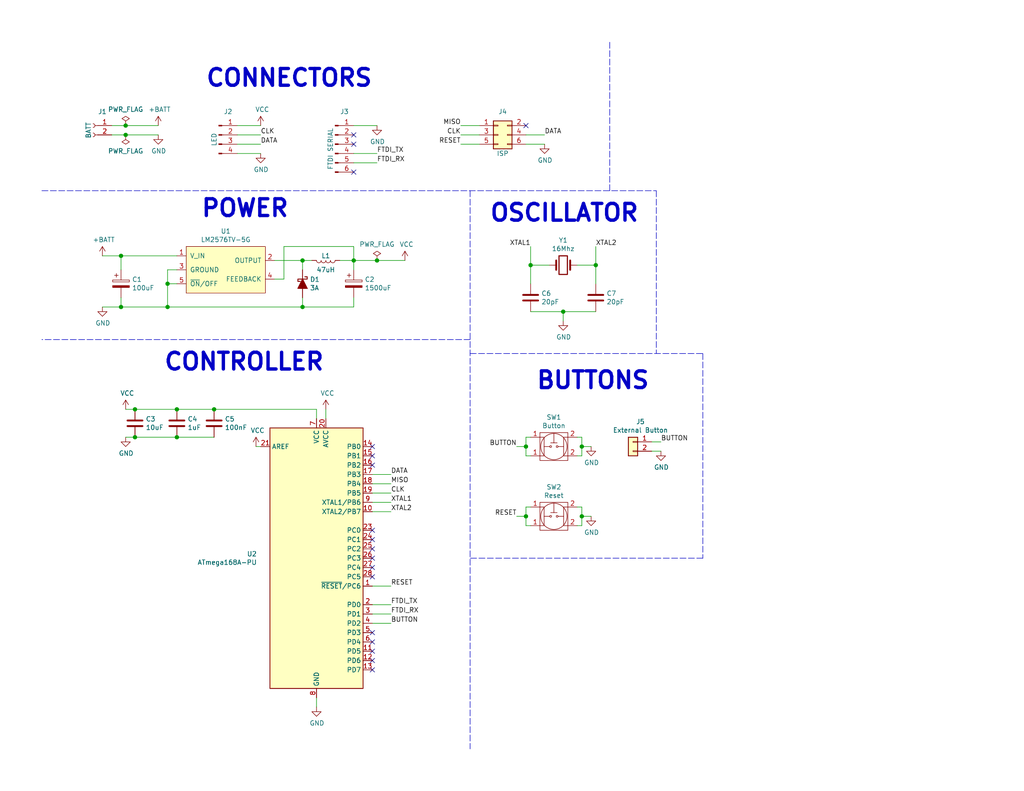
<source format=kicad_sch>
(kicad_sch (version 20210406) (generator eeschema)
  (paper "USLetter")
  (title_block (title "Rave Saber Board") (date "2021-04-20") (rev "v3.0.0") (company "Rave Saber"))
  (lib_symbols
    (symbol "Button:TactileSwitch" (pin_names (offset 1.016) hide)
      (property "Reference" "SW" (at 0 8.89 0))
      (property "Value" "TactileSwitch" (at 0 6.35 0))
      (symbol "TactileSwitch_0_1"
        (circle (center -0.889 0) (radius 0.254))
        (circle (center 0 0) (radius 3.5814))
        (circle (center 0.889 0) (radius 0.254))
        (rectangle (start -3.81 3.81) (end 3.81 -3.81))
        (polyline (pts (xy -1.143 0) (xy -2.667 0)))
        (polyline (pts (xy 0 1.016) (xy 0 3.556)))
        (polyline (pts (xy 0.889 1.016) (xy -0.889 1.016)))
        (polyline (pts (xy 2.667 0) (xy 1.143 0)))
        (polyline (pts (xy -2.667 0) (xy -2.667 -2.54) (xy -3.81 -2.54)))
        (polyline (pts (xy -2.667 0) (xy -2.667 2.54) (xy -3.81 2.54)))
        (polyline (pts (xy 3.81 2.54) (xy 2.667 2.54) (xy 2.667 -2.54) (xy 3.81 -2.54)))
      )
      (symbol "TactileSwitch_1_1"
        (pin input line (at -6.35 -2.54 0) (length 2.54) (name "~") (number "1"))
        (pin input line (at -6.35 2.54 0) (length 2.54) (name "~") (number "1"))
        (pin input line (at 6.35 -2.54 180) (length 2.54) (name "~") (number "2"))
        (pin input line (at 6.35 2.54 180) (length 2.54) (name "~") (number "2"))
      )
    )
    (symbol "Connector:Conn_01x02_Female" (pin_names (offset 1.016) hide)
      (property "Reference" "J" (at 0 2.54 0))
      (property "Value" "Conn_01x02_Female" (at 0 -5.08 0))
      (symbol "Conn_01x02_Female_1_1"
        (arc (start 0 -2.032) (end 0 -3.048) (radius (at 0 -2.54) (length 0.508) (angles 90.1 -90.1)) (stroke (width 0.1524)))
        (arc (start 0 0.508) (end 0 -0.508) (radius (at 0 0) (length 0.508) (angles 90.1 -90.1)) (stroke (width 0.1524)))
        (polyline (pts (xy -1.27 -2.54) (xy -0.508 -2.54)) (stroke (width 0.1524)))
        (polyline (pts (xy -1.27 0) (xy -0.508 0)) (stroke (width 0.1524)))
        (pin passive line (at -5.08 0 0) (length 3.81) (name "Pin_1") (number "1"))
        (pin passive line (at -5.08 -2.54 0) (length 3.81) (name "Pin_2") (number "2"))
      )
    )
    (symbol "Connector:Conn_01x04_Male" (pin_names (offset 1.016) hide)
      (property "Reference" "J" (at 0 5.08 0))
      (property "Value" "Conn_01x04_Male" (at 0 -7.62 0))
      (symbol "Conn_01x04_Male_1_1"
        (rectangle (start 0.8636 -4.953) (end 0 -5.207) (stroke (width 0.1524)) (fill (type outline)))
        (rectangle (start 0.8636 -2.413) (end 0 -2.667) (stroke (width 0.1524)) (fill (type outline)))
        (rectangle (start 0.8636 0.127) (end 0 -0.127) (stroke (width 0.1524)) (fill (type outline)))
        (rectangle (start 0.8636 2.667) (end 0 2.413) (stroke (width 0.1524)) (fill (type outline)))
        (polyline (pts (xy 1.27 -5.08) (xy 0.8636 -5.08)) (stroke (width 0.1524)))
        (polyline (pts (xy 1.27 -2.54) (xy 0.8636 -2.54)) (stroke (width 0.1524)))
        (polyline (pts (xy 1.27 0) (xy 0.8636 0)) (stroke (width 0.1524)))
        (polyline (pts (xy 1.27 2.54) (xy 0.8636 2.54)) (stroke (width 0.1524)))
        (pin passive line (at 5.08 2.54 180) (length 3.81) (name "Pin_1") (number "1"))
        (pin passive line (at 5.08 0 180) (length 3.81) (name "Pin_2") (number "2"))
        (pin passive line (at 5.08 -2.54 180) (length 3.81) (name "Pin_3") (number "3"))
        (pin passive line (at 5.08 -5.08 180) (length 3.81) (name "Pin_4") (number "4"))
      )
    )
    (symbol "Connector:Conn_01x06_Male" (pin_names (offset 1.016) hide)
      (property "Reference" "J" (at 0 7.62 0))
      (property "Value" "Conn_01x06_Male" (at 0 -10.16 0))
      (symbol "Conn_01x06_Male_1_1"
        (rectangle (start 0.8636 -7.493) (end 0 -7.747) (stroke (width 0.1524)) (fill (type outline)))
        (rectangle (start 0.8636 -4.953) (end 0 -5.207) (stroke (width 0.1524)) (fill (type outline)))
        (rectangle (start 0.8636 -2.413) (end 0 -2.667) (stroke (width 0.1524)) (fill (type outline)))
        (rectangle (start 0.8636 0.127) (end 0 -0.127) (stroke (width 0.1524)) (fill (type outline)))
        (rectangle (start 0.8636 2.667) (end 0 2.413) (stroke (width 0.1524)) (fill (type outline)))
        (rectangle (start 0.8636 5.207) (end 0 4.953) (stroke (width 0.1524)) (fill (type outline)))
        (polyline (pts (xy 1.27 -7.62) (xy 0.8636 -7.62)) (stroke (width 0.1524)))
        (polyline (pts (xy 1.27 -5.08) (xy 0.8636 -5.08)) (stroke (width 0.1524)))
        (polyline (pts (xy 1.27 -2.54) (xy 0.8636 -2.54)) (stroke (width 0.1524)))
        (polyline (pts (xy 1.27 0) (xy 0.8636 0)) (stroke (width 0.1524)))
        (polyline (pts (xy 1.27 2.54) (xy 0.8636 2.54)) (stroke (width 0.1524)))
        (polyline (pts (xy 1.27 5.08) (xy 0.8636 5.08)) (stroke (width 0.1524)))
        (pin passive line (at 5.08 5.08 180) (length 3.81) (name "Pin_1") (number "1"))
        (pin passive line (at 5.08 2.54 180) (length 3.81) (name "Pin_2") (number "2"))
        (pin passive line (at 5.08 0 180) (length 3.81) (name "Pin_3") (number "3"))
        (pin passive line (at 5.08 -2.54 180) (length 3.81) (name "Pin_4") (number "4"))
        (pin passive line (at 5.08 -5.08 180) (length 3.81) (name "Pin_5") (number "5"))
        (pin passive line (at 5.08 -7.62 180) (length 3.81) (name "Pin_6") (number "6"))
      )
    )
    (symbol "Connector_Generic:Conn_01x02" (pin_names (offset 1.016) hide)
      (property "Reference" "J" (at 0 2.54 0))
      (property "Value" "Conn_01x02" (at 0 -5.08 0))
      (symbol "Conn_01x02_1_1"
        (rectangle (start -1.27 -2.413) (end 0 -2.667) (stroke (width 0.1524)))
        (rectangle (start -1.27 0.127) (end 0 -0.127) (stroke (width 0.1524)))
        (rectangle (start -1.27 1.27) (end 1.27 -3.81) (stroke (width 0.254)) (fill (type background)))
        (pin passive line (at -5.08 0 0) (length 3.81) (name "Pin_1") (number "1"))
        (pin passive line (at -5.08 -2.54 0) (length 3.81) (name "Pin_2") (number "2"))
      )
    )
    (symbol "Connector_Generic:Conn_02x03_Odd_Even" (pin_names (offset 1.016) hide)
      (property "Reference" "J" (at 1.27 5.08 0))
      (property "Value" "Conn_02x03_Odd_Even" (at 1.27 -5.08 0))
      (symbol "Conn_02x03_Odd_Even_1_1"
        (rectangle (start -1.27 -2.413) (end 0 -2.667) (stroke (width 0.1524)))
        (rectangle (start -1.27 0.127) (end 0 -0.127) (stroke (width 0.1524)))
        (rectangle (start -1.27 2.667) (end 0 2.413) (stroke (width 0.1524)))
        (rectangle (start 3.81 -2.413) (end 2.54 -2.667) (stroke (width 0.1524)))
        (rectangle (start 3.81 0.127) (end 2.54 -0.127) (stroke (width 0.1524)))
        (rectangle (start 3.81 2.667) (end 2.54 2.413) (stroke (width 0.1524)))
        (rectangle (start -1.27 3.81) (end 3.81 -3.81) (stroke (width 0.254)) (fill (type background)))
        (pin passive line (at -5.08 2.54 0) (length 3.81) (name "Pin_1") (number "1"))
        (pin passive line (at 7.62 2.54 180) (length 3.81) (name "Pin_2") (number "2"))
        (pin passive line (at -5.08 0 0) (length 3.81) (name "Pin_3") (number "3"))
        (pin passive line (at 7.62 0 180) (length 3.81) (name "Pin_4") (number "4"))
        (pin passive line (at -5.08 -2.54 0) (length 3.81) (name "Pin_5") (number "5"))
        (pin passive line (at 7.62 -2.54 180) (length 3.81) (name "Pin_6") (number "6"))
      )
    )
    (symbol "Device:C" (pin_numbers hide) (pin_names (offset 0.254))
      (property "Reference" "C" (at 0.635 2.54 0))
      (property "Value" "C" (at 0.635 -2.54 0))
      (symbol "C_0_1"
        (polyline (pts (xy -2.032 -0.762) (xy 2.032 -0.762)) (stroke (width 0.508)))
        (polyline (pts (xy -2.032 0.762) (xy 2.032 0.762)) (stroke (width 0.508)))
      )
      (symbol "C_1_1"
        (pin passive line (at 0 3.81 270) (length 2.794) (name "~") (number "1"))
        (pin passive line (at 0 -3.81 90) (length 2.794) (name "~") (number "2"))
      )
    )
    (symbol "Device:CP" (pin_numbers hide) (pin_names (offset 0.254))
      (property "Reference" "C" (at 0.635 2.54 0))
      (property "Value" "CP" (at 0.635 -2.54 0))
      (symbol "CP_0_1"
        (rectangle (start -2.286 0.508) (end 2.286 1.016))
        (rectangle (start 2.286 -0.508) (end -2.286 -1.016) (fill (type outline)))
        (polyline (pts (xy -1.778 2.286) (xy -0.762 2.286)))
        (polyline (pts (xy -1.27 2.794) (xy -1.27 1.778)))
      )
      (symbol "CP_1_1"
        (pin passive line (at 0 3.81 270) (length 2.794) (name "~") (number "1"))
        (pin passive line (at 0 -3.81 90) (length 2.794) (name "~") (number "2"))
      )
    )
    (symbol "Device:Crystal" (pin_numbers hide) (pin_names (offset 1.016) hide)
      (property "Reference" "Y" (at 0 3.81 0))
      (property "Value" "Crystal" (at 0 -3.81 0))
      (symbol "Crystal_0_1"
        (rectangle (start -1.143 2.54) (end 1.143 -2.54) (stroke (width 0.3048)))
        (polyline (pts (xy -2.54 0) (xy -1.905 0)))
        (polyline (pts (xy -1.905 -1.27) (xy -1.905 1.27)) (stroke (width 0.508)))
        (polyline (pts (xy 1.905 -1.27) (xy 1.905 1.27)) (stroke (width 0.508)))
        (polyline (pts (xy 2.54 0) (xy 1.905 0)))
      )
      (symbol "Crystal_1_1"
        (pin passive line (at -3.81 0 0) (length 1.27) (name "1") (number "1"))
        (pin passive line (at 3.81 0 180) (length 1.27) (name "2") (number "2"))
      )
    )
    (symbol "Device:D_Schottky_ALT" (pin_numbers hide) (pin_names (offset 1.016) hide)
      (property "Reference" "D" (at 0 2.54 0))
      (property "Value" "D_Schottky_ALT" (at 0 -2.54 0))
      (symbol "D_Schottky_ALT_0_1"
        (polyline (pts (xy 1.27 0) (xy -1.27 0)))
        (polyline (pts (xy -1.905 0.635) (xy -1.905 1.27) (xy -1.27 1.27) (xy -1.27 -1.27) (xy -0.635 -1.27) (xy -0.635 -0.635)) (stroke (width 0.254)))
        (polyline (pts (xy 1.27 1.27) (xy 1.27 -1.27) (xy -1.27 0) (xy 1.27 1.27)) (stroke (width 0.254)) (fill (type outline)))
      )
      (symbol "D_Schottky_ALT_1_1"
        (pin passive line (at -3.81 0 0) (length 2.54) (name "K") (number "1"))
        (pin passive line (at 3.81 0 180) (length 2.54) (name "A") (number "2"))
      )
    )
    (symbol "Device:L" (pin_numbers hide) (pin_names (offset 1.016) hide)
      (property "Reference" "L" (at -1.27 0 90))
      (property "Value" "L" (at 1.905 0 90))
      (symbol "L_0_1"
        (arc (start 0 -2.54) (end 0 -1.27) (radius (at 0 -1.905) (length 0.635) (angles -89.9 89.9)))
        (arc (start 0 -1.27) (end 0 0) (radius (at 0 -0.635) (length 0.635) (angles -89.9 89.9)))
        (arc (start 0 0) (end 0 1.27) (radius (at 0 0.635) (length 0.635) (angles -89.9 89.9)))
        (arc (start 0 1.27) (end 0 2.54) (radius (at 0 1.905) (length 0.635) (angles -89.9 89.9)))
      )
      (symbol "L_1_1"
        (pin passive line (at 0 3.81 270) (length 1.27) (name "1") (number "1"))
        (pin passive line (at 0 -3.81 90) (length 1.27) (name "2") (number "2"))
      )
    )
    (symbol "LM2576TV-5G:LM2576TV-5G" (pin_names (offset 1.016))
      (property "Reference" "U" (at 0 10.16 0))
      (property "Value" "LM2576TV-5G" (at 0 7.62 0))
      (symbol "LM2576TV-5G_0_1"
        (rectangle (start -10.16 6.35) (end 11.43 -6.35) (fill (type background)))
      )
      (symbol "LM2576TV-5G_1_1"
        (pin power_in line (at -12.7 3.81 0) (length 2.54) (name "V_IN") (number "1"))
        (pin power_out line (at 13.97 2.54 180) (length 2.54) (name "OUTPUT") (number "2"))
        (pin power_in line (at -12.7 0 0) (length 2.54) (name "GROUND") (number "3"))
        (pin input line (at 13.97 -2.54 180) (length 2.54) (name "FEEDBACK") (number "4"))
        (pin input line (at -12.7 -3.81 0) (length 2.54) (name "~ON~/OFF") (number "5"))
      )
    )
    (symbol "MCU_Microchip_ATmega:ATmega168A-PU"
      (property "Reference" "U" (at -12.7 36.83 0))
      (property "Value" "ATmega168A-PU" (at 2.54 -36.83 0))
      (symbol "ATmega168A-PU_0_1"
        (rectangle (start -12.7 -35.56) (end 12.7 35.56) (stroke (width 0.254)) (fill (type background)))
      )
      (symbol "ATmega168A-PU_1_1"
        (pin bidirectional line (at 15.24 -7.62 180) (length 2.54) (name "~RESET~/PC6") (number "1"))
        (pin bidirectional line (at 15.24 12.7 180) (length 2.54) (name "XTAL2/PB7") (number "10"))
        (pin bidirectional line (at 15.24 -25.4 180) (length 2.54) (name "PD5") (number "11"))
        (pin bidirectional line (at 15.24 -27.94 180) (length 2.54) (name "PD6") (number "12"))
        (pin bidirectional line (at 15.24 -30.48 180) (length 2.54) (name "PD7") (number "13"))
        (pin bidirectional line (at 15.24 30.48 180) (length 2.54) (name "PB0") (number "14"))
        (pin bidirectional line (at 15.24 27.94 180) (length 2.54) (name "PB1") (number "15"))
        (pin bidirectional line (at 15.24 25.4 180) (length 2.54) (name "PB2") (number "16"))
        (pin bidirectional line (at 15.24 22.86 180) (length 2.54) (name "PB3") (number "17"))
        (pin bidirectional line (at 15.24 20.32 180) (length 2.54) (name "PB4") (number "18"))
        (pin bidirectional line (at 15.24 17.78 180) (length 2.54) (name "PB5") (number "19"))
        (pin bidirectional line (at 15.24 -12.7 180) (length 2.54) (name "PD0") (number "2"))
        (pin power_in line (at 2.54 38.1 270) (length 2.54) (name "AVCC") (number "20"))
        (pin passive line (at -15.24 30.48 0) (length 2.54) (name "AREF") (number "21"))
        (pin passive line (at 0 -38.1 90) (length 2.54) hide (name "GND") (number "22"))
        (pin bidirectional line (at 15.24 7.62 180) (length 2.54) (name "PC0") (number "23"))
        (pin bidirectional line (at 15.24 5.08 180) (length 2.54) (name "PC1") (number "24"))
        (pin bidirectional line (at 15.24 2.54 180) (length 2.54) (name "PC2") (number "25"))
        (pin bidirectional line (at 15.24 0 180) (length 2.54) (name "PC3") (number "26"))
        (pin bidirectional line (at 15.24 -2.54 180) (length 2.54) (name "PC4") (number "27"))
        (pin bidirectional line (at 15.24 -5.08 180) (length 2.54) (name "PC5") (number "28"))
        (pin bidirectional line (at 15.24 -15.24 180) (length 2.54) (name "PD1") (number "3"))
        (pin bidirectional line (at 15.24 -17.78 180) (length 2.54) (name "PD2") (number "4"))
        (pin bidirectional line (at 15.24 -20.32 180) (length 2.54) (name "PD3") (number "5"))
        (pin bidirectional line (at 15.24 -22.86 180) (length 2.54) (name "PD4") (number "6"))
        (pin power_in line (at 0 38.1 270) (length 2.54) (name "VCC") (number "7"))
        (pin power_in line (at 0 -38.1 90) (length 2.54) (name "GND") (number "8"))
        (pin bidirectional line (at 15.24 15.24 180) (length 2.54) (name "XTAL1/PB6") (number "9"))
      )
    )
    (symbol "power:+BATT" (power) (pin_names (offset 0))
      (property "Value" "+BATT" (at 0 3.556 0))
      (symbol "+BATT_0_1"
        (polyline (pts (xy -0.762 1.27) (xy 0 2.54)))
        (polyline (pts (xy 0 0) (xy 0 2.54)))
        (polyline (pts (xy 0 2.54) (xy 0.762 1.27)))
      )
      (symbol "+BATT_1_1"
        (pin power_in line (at 0 0 90) (length 0) hide (name "+BATT") (number "1"))
      )
    )
    (symbol "power:GND" (power) (pin_names (offset 0))
      (property "Value" "GND" (at 0 -3.81 0))
      (symbol "GND_0_1"
        (polyline (pts (xy 0 0) (xy 0 -1.27) (xy 1.27 -1.27) (xy 0 -2.54) (xy -1.27 -1.27) (xy 0 -1.27)))
      )
      (symbol "GND_1_1"
        (pin power_in line (at 0 0 270) (length 0) hide (name "GND") (number "1"))
      )
    )
    (symbol "power:PWR_FLAG" (power) (pin_numbers hide) (pin_names (offset 0) hide)
      (property "Value" "PWR_FLAG" (at 0 3.81 0))
      (symbol "PWR_FLAG_0_0"
        (pin power_out line (at 0 0 90) (length 0) (name "pwr") (number "1"))
      )
      (symbol "PWR_FLAG_0_1"
        (polyline (pts (xy 0 0) (xy 0 1.27) (xy -1.016 1.905) (xy 0 2.54) (xy 1.016 1.905) (xy 0 1.27)))
      )
    )
    (symbol "power:VCC" (power) (pin_names (offset 0))
      (property "Value" "VCC" (at 0 3.81 0))
      (symbol "VCC_0_1"
        (polyline (pts (xy -0.762 1.27) (xy 0 2.54)))
        (polyline (pts (xy 0 0) (xy 0 2.54)))
        (polyline (pts (xy 0 2.54) (xy 0.762 1.27)))
      )
      (symbol "VCC_1_1"
        (pin power_in line (at 0 0 90) (length 0) hide (name "VCC") (number "1"))
      )
    )
  )
  (junction (at 33.02 69.85) (diameter 1.016))
  (junction (at 33.02 83.82) (diameter 1.016))
  (junction (at 34.29 34.29) (diameter 1.016))
  (junction (at 34.29 36.83) (diameter 1.016))
  (junction (at 36.83 111.76) (diameter 1.016))
  (junction (at 36.83 119.38) (diameter 1.016))
  (junction (at 45.72 77.47) (diameter 1.016))
  (junction (at 45.72 83.82) (diameter 1.016))
  (junction (at 48.26 111.76) (diameter 1.016))
  (junction (at 48.26 119.38) (diameter 1.016))
  (junction (at 58.42 111.76) (diameter 1.016))
  (junction (at 82.55 71.12) (diameter 1.016))
  (junction (at 82.55 83.82) (diameter 1.016))
  (junction (at 96.52 71.12) (diameter 1.016))
  (junction (at 102.87 71.12) (diameter 1.016))
  (junction (at 143.51 121.92) (diameter 1.016))
  (junction (at 143.51 140.97) (diameter 1.016))
  (junction (at 144.78 72.39) (diameter 1.016))
  (junction (at 153.67 85.09) (diameter 1.016))
  (junction (at 158.75 121.92) (diameter 1.016))
  (junction (at 158.75 140.97) (diameter 1.016))
  (junction (at 162.56 72.39) (diameter 1.016))
  (no_connect (at 96.52 36.83))
  (no_connect (at 96.52 39.37))
  (no_connect (at 96.52 46.99))
  (no_connect (at 101.6 121.92))
  (no_connect (at 101.6 124.46))
  (no_connect (at 101.6 127))
  (no_connect (at 101.6 144.78))
  (no_connect (at 101.6 147.32))
  (no_connect (at 101.6 149.86))
  (no_connect (at 101.6 152.4))
  (no_connect (at 101.6 154.94))
  (no_connect (at 101.6 157.48))
  (no_connect (at 101.6 172.72))
  (no_connect (at 101.6 175.26))
  (no_connect (at 101.6 177.8))
  (no_connect (at 101.6 180.34))
  (no_connect (at 101.6 182.88))
  (no_connect (at 143.51 34.29))
  (wire (pts (xy 27.94 69.85) (xy 33.02 69.85)))
  (wire (pts (xy 27.94 83.82) (xy 33.02 83.82)))
  (wire (pts (xy 33.02 69.85) (xy 33.02 73.66)))
  (wire (pts (xy 33.02 83.82) (xy 33.02 81.28)))
  (wire (pts (xy 33.02 83.82) (xy 45.72 83.82)))
  (wire (pts (xy 34.29 34.29) (xy 30.48 34.29)))
  (wire (pts (xy 34.29 36.83) (xy 30.48 36.83)))
  (wire (pts (xy 34.29 111.76) (xy 36.83 111.76)))
  (wire (pts (xy 34.29 119.38) (xy 36.83 119.38)))
  (wire (pts (xy 36.83 111.76) (xy 48.26 111.76)))
  (wire (pts (xy 36.83 119.38) (xy 48.26 119.38)))
  (wire (pts (xy 43.18 34.29) (xy 34.29 34.29)))
  (wire (pts (xy 43.18 36.83) (xy 34.29 36.83)))
  (wire (pts (xy 45.72 73.66) (xy 45.72 77.47)))
  (wire (pts (xy 45.72 77.47) (xy 45.72 83.82)))
  (wire (pts (xy 45.72 83.82) (xy 82.55 83.82)))
  (wire (pts (xy 48.26 69.85) (xy 33.02 69.85)))
  (wire (pts (xy 48.26 73.66) (xy 45.72 73.66)))
  (wire (pts (xy 48.26 77.47) (xy 45.72 77.47)))
  (wire (pts (xy 48.26 111.76) (xy 58.42 111.76)))
  (wire (pts (xy 48.26 119.38) (xy 58.42 119.38)))
  (wire (pts (xy 58.42 111.76) (xy 86.36 111.76)))
  (wire (pts (xy 64.77 36.83) (xy 71.12 36.83)))
  (wire (pts (xy 71.12 34.29) (xy 64.77 34.29)))
  (wire (pts (xy 71.12 39.37) (xy 64.77 39.37)))
  (wire (pts (xy 71.12 41.91) (xy 64.77 41.91)))
  (wire (pts (xy 71.12 121.92) (xy 69.85 121.92)))
  (wire (pts (xy 74.93 76.2) (xy 77.47 76.2)))
  (wire (pts (xy 77.47 76.2) (xy 77.47 67.31)))
  (wire (pts (xy 82.55 71.12) (xy 74.93 71.12)))
  (wire (pts (xy 82.55 71.12) (xy 85.09 71.12)))
  (wire (pts (xy 82.55 73.66) (xy 82.55 71.12)))
  (wire (pts (xy 82.55 81.28) (xy 82.55 83.82)))
  (wire (pts (xy 82.55 83.82) (xy 96.52 83.82)))
  (wire (pts (xy 86.36 114.3) (xy 86.36 111.76)))
  (wire (pts (xy 86.36 193.04) (xy 86.36 190.5)))
  (wire (pts (xy 88.9 111.76) (xy 88.9 114.3)))
  (wire (pts (xy 96.52 34.29) (xy 102.87 34.29)))
  (wire (pts (xy 96.52 41.91) (xy 102.87 41.91)))
  (wire (pts (xy 96.52 44.45) (xy 102.87 44.45)))
  (wire (pts (xy 96.52 67.31) (xy 77.47 67.31)))
  (wire (pts (xy 96.52 71.12) (xy 92.71 71.12)))
  (wire (pts (xy 96.52 71.12) (xy 96.52 67.31)))
  (wire (pts (xy 96.52 73.66) (xy 96.52 71.12)))
  (wire (pts (xy 96.52 81.28) (xy 96.52 83.82)))
  (wire (pts (xy 101.6 129.54) (xy 106.68 129.54)))
  (wire (pts (xy 101.6 132.08) (xy 106.68 132.08)))
  (wire (pts (xy 101.6 134.62) (xy 106.68 134.62)))
  (wire (pts (xy 101.6 137.16) (xy 106.68 137.16)))
  (wire (pts (xy 101.6 139.7) (xy 106.68 139.7)))
  (wire (pts (xy 101.6 160.02) (xy 106.68 160.02)))
  (wire (pts (xy 101.6 165.1) (xy 106.68 165.1)))
  (wire (pts (xy 101.6 167.64) (xy 106.68 167.64)))
  (wire (pts (xy 101.6 170.18) (xy 106.68 170.18)))
  (wire (pts (xy 102.87 71.12) (xy 96.52 71.12)))
  (wire (pts (xy 110.49 71.12) (xy 102.87 71.12)))
  (wire (pts (xy 130.81 34.29) (xy 125.73 34.29)))
  (wire (pts (xy 130.81 36.83) (xy 125.73 36.83)))
  (wire (pts (xy 130.81 39.37) (xy 125.73 39.37)))
  (wire (pts (xy 140.97 121.92) (xy 143.51 121.92)))
  (wire (pts (xy 143.51 36.83) (xy 148.59 36.83)))
  (wire (pts (xy 143.51 39.37) (xy 148.59 39.37)))
  (wire (pts (xy 143.51 119.38) (xy 144.78 119.38)))
  (wire (pts (xy 143.51 121.92) (xy 143.51 119.38)))
  (wire (pts (xy 143.51 121.92) (xy 143.51 124.46)))
  (wire (pts (xy 143.51 124.46) (xy 144.78 124.46)))
  (wire (pts (xy 143.51 138.43) (xy 143.51 140.97)))
  (wire (pts (xy 143.51 140.97) (xy 140.97 140.97)))
  (wire (pts (xy 143.51 140.97) (xy 143.51 143.51)))
  (wire (pts (xy 143.51 143.51) (xy 144.78 143.51)))
  (wire (pts (xy 144.78 72.39) (xy 144.78 67.31)))
  (wire (pts (xy 144.78 72.39) (xy 144.78 77.47)))
  (wire (pts (xy 144.78 85.09) (xy 153.67 85.09)))
  (wire (pts (xy 144.78 138.43) (xy 143.51 138.43)))
  (wire (pts (xy 149.86 72.39) (xy 144.78 72.39)))
  (wire (pts (xy 153.67 85.09) (xy 153.67 87.63)))
  (wire (pts (xy 157.48 72.39) (xy 162.56 72.39)))
  (wire (pts (xy 157.48 124.46) (xy 158.75 124.46)))
  (wire (pts (xy 157.48 138.43) (xy 158.75 138.43)))
  (wire (pts (xy 158.75 119.38) (xy 157.48 119.38)))
  (wire (pts (xy 158.75 119.38) (xy 158.75 121.92)))
  (wire (pts (xy 158.75 121.92) (xy 158.75 124.46)))
  (wire (pts (xy 158.75 121.92) (xy 161.29 121.92)))
  (wire (pts (xy 158.75 138.43) (xy 158.75 140.97)))
  (wire (pts (xy 158.75 140.97) (xy 158.75 143.51)))
  (wire (pts (xy 158.75 140.97) (xy 161.29 140.97)))
  (wire (pts (xy 158.75 143.51) (xy 157.48 143.51)))
  (wire (pts (xy 162.56 72.39) (xy 162.56 67.31)))
  (wire (pts (xy 162.56 72.39) (xy 162.56 77.47)))
  (wire (pts (xy 162.56 85.09) (xy 153.67 85.09)))
  (wire (pts (xy 177.8 120.65) (xy 180.34 120.65)))
  (wire (pts (xy 177.8 123.19) (xy 180.34 123.19)))
  (polyline (pts (xy 11.43 52.07) (xy 179.07 52.07)) (stroke (width 0) (type dash)))
  (polyline (pts (xy 128.27 52.07) (xy 128.27 204.47)) (stroke (width 0) (type dash)))
  (polyline (pts (xy 128.27 92.71) (xy 11.43 92.71)) (stroke (width 0) (type dash)))
  (polyline (pts (xy 128.27 96.52) (xy 191.77 96.52)) (stroke (width 0) (type dash)))
  (polyline (pts (xy 166.37 52.07) (xy 166.37 11.43)) (stroke (width 0) (type dash)))
  (polyline (pts (xy 179.07 52.07) (xy 179.07 96.52)) (stroke (width 0) (type dash)))
  (polyline (pts (xy 191.77 96.52) (xy 191.77 152.4)) (stroke (width 0) (type dash)))
  (polyline (pts (xy 191.77 152.4) (xy 128.27 152.4)) (stroke (width 0) (type dash)))
  (text "CONTROLLER" (at 44.45 101.6 0) (effects (font (size 4.572 4.572) (thickness 0.9144) bold) (justify left bottom)))
  (text "POWER" (at 54.61 59.69 0) (effects (font (size 4.572 4.572) (thickness 0.9144) bold) (justify left bottom)))
  (text "CONNECTORS" (at 55.88 24.13 0) (effects (font (size 4.572 4.572) (thickness 0.9144) bold) (justify left bottom)))
  (text "OSCILLATOR" (at 133.35 60.96 0) (effects (font (size 4.572 4.572) (thickness 0.9144) bold) (justify left bottom)))
  (text "BUTTONS" (at 146.05 106.68 0) (effects (font (size 4.572 4.572) (thickness 0.9144) bold) (justify left bottom)))
  (label "CLK" (at 71.12 36.83 0))
  (label "DATA" (at 71.12 39.37 0))
  (label "FTDI_TX" (at 102.87 41.91 0))
  (label "FTDI_RX" (at 102.87 44.45 0))
  (label "DATA" (at 106.68 129.54 0))
  (label "MISO" (at 106.68 132.08 0))
  (label "CLK" (at 106.68 134.62 0))
  (label "XTAL1" (at 106.68 137.16 0))
  (label "XTAL2" (at 106.68 139.7 0))
  (label "RESET" (at 106.68 160.02 0))
  (label "FTDI_TX" (at 106.68 165.1 0))
  (label "FTDI_RX" (at 106.68 167.64 0))
  (label "BUTTON" (at 106.68 170.18 0))
  (label "MISO" (at 125.73 34.29 180))
  (label "CLK" (at 125.73 36.83 180))
  (label "RESET" (at 125.73 39.37 180))
  (label "BUTTON" (at 140.97 121.92 180))
  (label "RESET" (at 140.97 140.97 180))
  (label "XTAL1" (at 144.78 67.31 180))
  (label "DATA" (at 148.59 36.83 0))
  (label "XTAL2" (at 162.56 67.31 0))
  (label "BUTTON" (at 180.34 120.65 0))
  (symbol (lib_id "power:+BATT") (at 27.94 69.85 0) (unit 1)
    (property "Reference" "#PWR010" (effects hide))
    (property "Value" "+BATT" (at 28.321 65.4558 0))
  )
  (symbol (lib_id "power:VCC") (at 34.29 111.76 0) (unit 1)
    (property "Reference" "#PWR013" (effects hide))
    (property "Value" "VCC" (at 34.7218 107.3658 0))
  )
  (symbol (lib_id "power:+BATT") (at 43.18 34.29 0) (unit 1)
    (property "Reference" "#PWR04" (effects hide))
    (property "Value" "+BATT" (at 43.561 29.8958 0))
  )
  (symbol (lib_id "power:VCC") (at 69.85 121.92 0) (unit 1)
    (property "Reference" "#PWR016" (effects hide))
    (property "Value" "VCC" (at 70.2818 117.5258 0))
  )
  (symbol (lib_id "power:VCC") (at 71.12 34.29 0) (unit 1)
    (property "Reference" "#PWR05" (effects hide))
    (property "Value" "VCC" (at 71.5518 29.8958 0))
  )
  (symbol (lib_id "power:VCC") (at 88.9 111.76 0) (unit 1)
    (property "Reference" "#PWR014" (effects hide))
    (property "Value" "VCC" (at 89.3318 107.3658 0))
  )
  (symbol (lib_id "power:VCC") (at 110.49 71.12 0) (unit 1)
    (property "Reference" "#PWR011" (effects hide))
    (property "Value" "VCC" (at 110.9218 66.7258 0))
  )
  (symbol (lib_id "power:PWR_FLAG") (at 34.29 34.29 0) (unit 1)
    (property "Reference" "#FLG01" (effects hide))
    (property "Value" "PWR_FLAG" (at 34.29 29.8704 0))
  )
  (symbol (lib_id "power:PWR_FLAG") (at 34.29 36.83 180) (unit 1)
    (property "Reference" "#FLG03" (effects hide))
    (property "Value" "PWR_FLAG" (at 34.29 41.2496 0))
  )
  (symbol (lib_id "power:PWR_FLAG") (at 102.87 71.12 0) (unit 1)
    (property "Reference" "#FLG02" (effects hide))
    (property "Value" "PWR_FLAG" (at 102.87 66.7004 0))
  )
  (symbol (lib_id "power:GND") (at 27.94 83.82 0) (unit 1)
    (property "Reference" "#PWR012" (effects hide))
    (property "Value" "GND" (at 28.067 88.2142 0))
  )
  (symbol (lib_id "power:GND") (at 34.29 119.38 0) (unit 1)
    (property "Reference" "#PWR015" (effects hide))
    (property "Value" "GND" (at 34.417 123.7742 0))
  )
  (symbol (lib_id "power:GND") (at 43.18 36.83 0) (unit 1)
    (property "Reference" "#PWR07" (effects hide))
    (property "Value" "GND" (at 43.307 41.2242 0))
  )
  (symbol (lib_id "power:GND") (at 71.12 41.91 0) (unit 1)
    (property "Reference" "#PWR09" (effects hide))
    (property "Value" "GND" (at 71.247 46.3042 0))
  )
  (symbol (lib_id "power:GND") (at 86.36 193.04 0) (unit 1)
    (property "Reference" "#PWR021" (effects hide))
    (property "Value" "GND" (at 86.487 197.4342 0))
  )
  (symbol (lib_id "power:GND") (at 102.87 34.29 0) (unit 1)
    (property "Reference" "#PWR06" (effects hide))
    (property "Value" "GND" (at 102.997 38.6842 0))
  )
  (symbol (lib_id "power:GND") (at 148.59 39.37 0) (unit 1)
    (property "Reference" "#PWR08" (effects hide))
    (property "Value" "GND" (at 148.717 43.7642 0))
  )
  (symbol (lib_id "power:GND") (at 153.67 87.63 0) (unit 1)
    (property "Reference" "#PWR017" (effects hide))
    (property "Value" "GND" (at 153.797 92.0242 0))
  )
  (symbol (lib_id "power:GND") (at 161.29 121.92 0) (unit 1)
    (property "Reference" "#PWR018" (effects hide))
    (property "Value" "GND" (at 161.417 126.3142 0))
  )
  (symbol (lib_id "power:GND") (at 161.29 140.97 0) (unit 1)
    (property "Reference" "#PWR020" (effects hide))
    (property "Value" "GND" (at 161.417 145.3642 0))
  )
  (symbol (lib_id "power:GND") (at 180.34 123.19 0) (unit 1)
    (property "Reference" "#PWR019" (effects hide))
    (property "Value" "GND" (at 180.467 127.5842 0))
  )
  (symbol (lib_id "Device:L") (at 88.9 71.12 270) (unit 1)
    (property "Reference" "L1" (at 88.9 69.85 90))
    (property "Value" "47uH" (at 88.9 73.66 90))
    (property "Footprint" "Inductor:Wuerth WE-LHMI SMD" (effects hide))
    (property "Datasheet" "https://www.mouser.com/datasheet/2/445/744373965470-1138572.pdf" (effects hide))
    (property "Mouser #" "710-744373965470" (effects hide))
  )
  (symbol (lib_id "Connector:Conn_01x02_Female") (at 25.4 34.29 0) (mirror y) (unit 1)
    (property "Reference" "J1" (at 27.94 30.48 0))
    (property "Value" "BATT" (at 24.13 35.56 90))
    (property "Footprint" "Connector_Wire:SolderWirePad_1x02_P3.81mm_Drill1.2mm" (effects hide))
  )
  (symbol (lib_id "Device:D_Schottky_ALT") (at 82.55 77.47 270) (unit 1)
    (property "Reference" "D1" (at 84.5566 76.3016 90) (effects (justify left)))
    (property "Value" "3A" (at 84.5566 78.613 90) (effects (justify left)))
    (property "Footprint" "Diode_SMD:D_SMA_Handsoldering" (effects hide))
    (property "Datasheet" "https://www.mouser.com/datasheet/2/115/ds30891-89887.pdf" (effects hide))
    (property "Mouser #" "621-B320A-F" (effects hide))
  )
  (symbol (lib_id "Connector_Generic:Conn_01x02") (at 172.72 120.65 0) (mirror y) (unit 1)
    (property "Reference" "J5" (at 174.752 115.1382 0))
    (property "Value" "External Button" (at 174.752 117.4496 0))
    (property "Footprint" "Connector_Wire:SolderWirePad_1x02_P3.81mm_Drill1.2mm" (effects hide))
  )
  (symbol (lib_id "Device:CP") (at 33.02 77.47 0) (unit 1)
    (property "Reference" "C1" (at 36.0172 76.3016 0) (effects (justify left)))
    (property "Value" "100uF" (at 36.0172 78.613 0) (effects (justify left)))
    (property "Footprint" "Capacitor_SMD:CP_Elec_8x10" (effects hide))
    (property "Datasheet" "https://www.mouser.com/datasheet/2/420/17065026404d9b18b987fcb-7468.pdf" (effects hide))
    (property "Mouser #" "661-EMZJ350A101MHA0G" (effects hide))
  )
  (symbol (lib_id "Device:C") (at 36.83 115.57 0) (unit 1)
    (property "Reference" "C3" (at 39.751 114.4016 0) (effects (justify left)))
    (property "Value" "10uF" (at 39.751 116.713 0) (effects (justify left)))
    (property "Footprint" "Capacitor_SMD:C_0603_1608Metric_Pad1.05x0.95mm_HandSolder" (effects hide))
    (property "Datasheet" "https://www.mouser.com/datasheet/2/400/lcc_commercial_general_en-837201.pdf" (effects hide))
    (property "Mouser #" "810-C1608X5R1E106M" (effects hide))
  )
  (symbol (lib_id "Device:C") (at 48.26 115.57 0) (unit 1)
    (property "Reference" "C4" (at 51.181 114.4016 0) (effects (justify left)))
    (property "Value" "1uF" (at 51.181 116.713 0) (effects (justify left)))
    (property "Footprint" "Capacitor_SMD:C_0603_1608Metric_Pad1.05x0.95mm_HandSolder" (effects hide))
    (property "Datasheet" "https://www.mouser.com/datasheet/2/212/KEM_C1013_X7R_FT-CAP_SMD-1103280.pdf" (effects hide))
    (property "Mouser #" "80-C0603X105J4R" (effects hide))
  )
  (symbol (lib_id "Device:C") (at 58.42 115.57 0) (unit 1)
    (property "Reference" "C5" (at 61.341 114.4016 0) (effects (justify left)))
    (property "Value" "100nF" (at 61.341 116.713 0) (effects (justify left)))
    (property "Footprint" "Capacitor_SMD:C_0603_1608Metric_Pad1.05x0.95mm_HandSolder" (effects hide))
    (property "Datasheet" "https://www.mouser.com/datasheet/2/586/900c-965081.pdf" (effects hide))
    (property "Mouser #" "581-0603X7R104JT1AT" (effects hide))
  )
  (symbol (lib_id "Device:CP") (at 96.52 77.47 0) (unit 1)
    (property "Reference" "C2" (at 99.5172 76.3016 0) (effects (justify left)))
    (property "Value" "1500uF" (at 99.5172 78.613 0) (effects (justify left)))
    (property "Footprint" "Capacitor_SMD:CP_Elec_16x17.5" (effects hide))
    (property "Datasheet" "https://www.mouser.com/datasheet/2/88/cornell%20dubilier_afk-1160724.pdf" (effects hide))
    (property "Mouser #" "598-AFK158M16H32T-F" (effects hide))
  )
  (symbol (lib_id "Device:C") (at 144.78 81.28 0) (unit 1)
    (property "Reference" "C6" (at 147.701 80.1116 0) (effects (justify left)))
    (property "Value" "20pF" (at 147.701 82.423 0) (effects (justify left)))
    (property "Footprint" "Capacitor_SMD:C_0603_1608Metric_Pad1.05x0.95mm_HandSolder" (effects hide))
    (property "Datasheet" "https://www.mouser.com/datasheet/2/447/UPY-GP_NP0_16V-to-50V_16-1109089.pdf" (effects hide))
    (property "Mouser #" "603-CC603GRNPO9BN200" (effects hide))
  )
  (symbol (lib_id "Device:C") (at 162.56 81.28 0) (unit 1)
    (property "Reference" "C7" (at 165.481 80.1116 0) (effects (justify left)))
    (property "Value" "20pF" (at 165.481 82.423 0) (effects (justify left)))
    (property "Footprint" "Capacitor_SMD:C_0603_1608Metric_Pad1.05x0.95mm_HandSolder" (effects hide))
    (property "Datasheet" "https://www.mouser.com/datasheet/2/447/UPY-GP_NP0_16V-to-50V_16-1109089.pdf" (effects hide))
    (property "Mouser #" "603-CC603GRNPO9BN200" (effects hide))
  )
  (symbol (lib_id "Device:Crystal") (at 153.67 72.39 0) (unit 1)
    (property "Reference" "Y1" (at 153.67 65.5828 0))
    (property "Value" "16Mhz" (at 153.67 67.8942 0))
    (property "Footprint" "Crystal:Crystal_SMD_HC49-SD" (effects hide))
    (property "Datasheet" "https://www.mouser.com/datasheet/2/160/C4SD-1131563.pdf" (effects hide))
    (property "Mouser #" "559-FOXSD160-20-LF" (effects hide))
  )
  (symbol (lib_id "Connector:Conn_01x04_Male") (at 59.69 36.83 0) (unit 1)
    (property "Reference" "J2" (at 62.23 30.48 0))
    (property "Value" "LED" (at 58.42 38.1 90))
    (property "Footprint" "Connector_PinHeader_2.54mm:PinHeader_1x04_P2.54mm_Vertical_SMD_Pin1Left" (effects hide))
    (property "Datasheet" "https://www.mouser.com/datasheet/2/571/atalog-1104102.pdf" (effects hide))
    (property "Mouser #" "437-3508010400106101" (effects hide))
  )
  (symbol (lib_id "Connector:Conn_01x06_Male") (at 91.44 39.37 0) (unit 1)
    (property "Reference" "J3" (at 93.98 30.48 0))
    (property "Value" "FTDI SERIAL" (at 90.17 40.64 90))
    (property "Footprint" "Connector_PinHeader_2.54mm:PinHeader_1x06_P2.54mm_Vertical_SMD_Pin1Left" (effects hide))
    (property "Datasheet" "https://www.mouser.com/datasheet/2/181/M20-877R-1064237.pdf" (effects hide))
    (property "Mouser #" "855-M20-8770642R" (effects hide))
  )
  (symbol (lib_id "Button:TactileSwitch") (at 151.13 121.92 0) (unit 1)
    (property "Reference" "SW1" (at 151.13 113.919 0))
    (property "Value" "Button" (at 151.13 116.2304 0))
    (property "Footprint" "Button_Switch_SMD:SW_SPST_TL3305A" (effects hide))
    (property "Datasheet" "https://www.mouser.com/datasheet/2/140/TL3305-844809.pdf" (effects hide))
    (property "Mouser #" "612-TL3305AF260QG" (effects hide))
  )
  (symbol (lib_id "Button:TactileSwitch") (at 151.13 140.97 0) (unit 1)
    (property "Reference" "SW2" (at 151.13 132.969 0))
    (property "Value" "Reset" (at 151.13 135.2804 0))
    (property "Footprint" "Button_Switch_SMD:SW_SPST_TL3305A" (effects hide))
    (property "Datasheet" "https://www.mouser.com/datasheet/2/140/TL3305-844809.pdf" (effects hide))
    (property "Mouser #" "612-TL3305AF260QG" (effects hide))
  )
  (symbol (lib_id "Connector_Generic:Conn_02x03_Odd_Even") (at 135.89 36.83 0) (unit 1)
    (property "Reference" "J4" (at 137.16 30.48 0))
    (property "Value" "ISP" (at 137.16 41.91 0))
    (property "Footprint" "Connector_PinHeader_2.54mm:PinHeader_2x03_P2.54mm_Vertical_SMD" (effects hide))
    (property "Datasheet" "https://www.mouser.com/datasheet/2/181/C001XX_M20_Series_Connectors-1133745.pdf" (effects hide))
    (property "Mouser #" "855-M20-8750342" (effects hide))
  )
  (symbol (lib_id "LM2576TV-5G:LM2576TV-5G") (at 60.96 73.66 0) (unit 1)
    (property "Reference" "U1" (at 61.595 63.119 0))
    (property "Value" "LM2576TV-5G" (at 61.595 65.4304 0))
    (property "Footprint" "Package_TO_SOT_THT:TO-220-5_P3.4x3.7mm_StaggerOdd_Lead3.8mm_Vertical" (effects hide))
    (property "Datasheet" "https://www.mouser.com/datasheet/2/308/LM2576-D-75194.pdf" (effects hide))
    (property "Mouser #" "863-LM2576TV-5G" (effects hide))
  )
  (symbol (lib_id "MCU_Microchip_ATmega:ATmega168A-PU") (at 86.36 152.4 0) (unit 1)
    (property "Reference" "U2" (at 70.104 151.2316 0) (effects (justify right)))
    (property "Value" "ATmega168A-PU" (at 70.104 153.543 0) (effects (justify right)))
    (property "Footprint" "Package_DIP:DIP-28_W8.89mm_SMDSocket_LongPads" (effects hide))
    (property "Datasheet" "https://www.mouser.com/datasheet/2/268/Atmel-42733-8-bit-AVR-Microcontroller-ATmega48A-88-1315337.pdf" (effects hide))
    (property "Mouser #" "556-ATMEGA168A-PU" (effects hide))
  )
)
</source>
